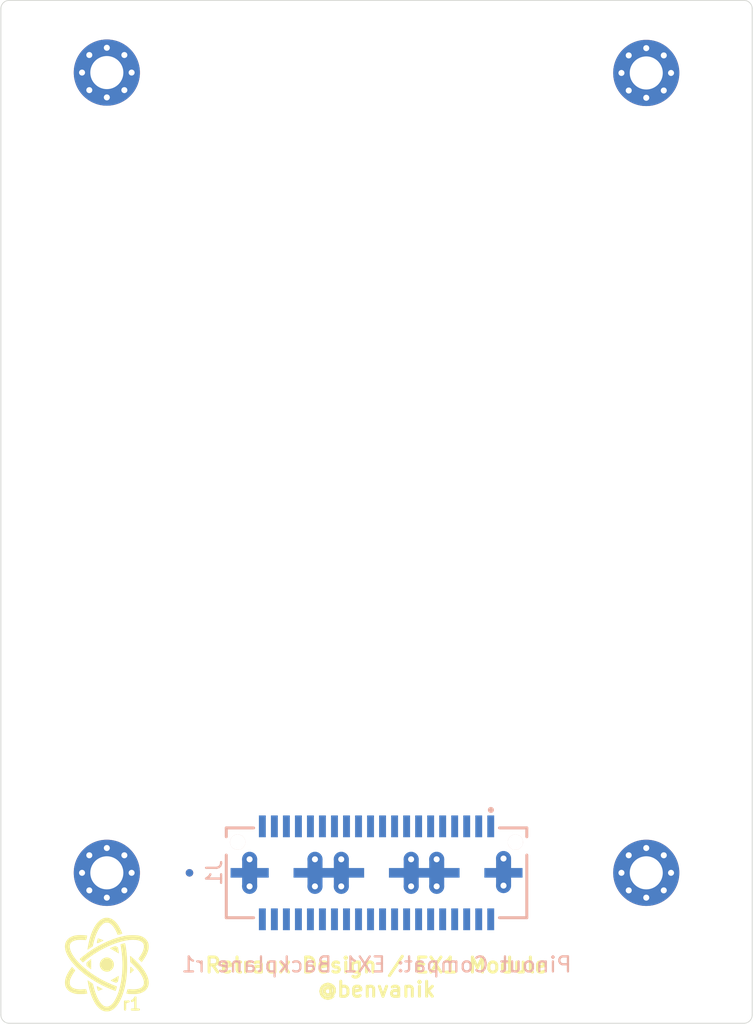
<source format=kicad_pcb>
(kicad_pcb (version 20171130) (host pcbnew "(5.1.2)-2")

  (general
    (thickness 1.6)
    (drawings 11)
    (tracks 36)
    (zones 0)
    (modules 4)
    (nets 42)
  )

  (page USLetter)
  (title_block
    (rev r1)
  )

  (layers
    (0 F.Cu signal)
    (1 In1.Cu power hide)
    (2 In2.Cu power)
    (31 B.Cu signal)
    (32 B.Adhes user)
    (33 F.Adhes user)
    (34 B.Paste user)
    (35 F.Paste user)
    (36 B.SilkS user)
    (37 F.SilkS user)
    (38 B.Mask user)
    (39 F.Mask user)
    (40 Dwgs.User user)
    (41 Cmts.User user)
    (42 Eco1.User user)
    (43 Eco2.User user)
    (44 Edge.Cuts user)
    (45 Margin user)
    (46 B.CrtYd user)
    (47 F.CrtYd user)
    (48 B.Fab user)
    (49 F.Fab user)
  )

  (setup
    (last_trace_width 1)
    (user_trace_width 0.0889)
    (user_trace_width 0.1)
    (user_trace_width 0.3)
    (user_trace_width 0.5)
    (user_trace_width 1)
    (user_trace_width 2)
    (trace_clearance 0.2)
    (zone_clearance 0.508)
    (zone_45_only no)
    (trace_min 0.0889)
    (via_size 0.8)
    (via_drill 0.4)
    (via_min_size 0.45)
    (via_min_drill 0.2)
    (user_via 0.45 0.2)
    (user_via 0.65 0.35)
    (user_via 0.8 0.6)
    (uvia_size 0.3)
    (uvia_drill 0.1)
    (uvias_allowed no)
    (uvia_min_size 0.2)
    (uvia_min_drill 0.1)
    (edge_width 0.05)
    (segment_width 0.2)
    (pcb_text_width 0.3)
    (pcb_text_size 1.5 1.5)
    (mod_edge_width 0.12)
    (mod_text_size 1 1)
    (mod_text_width 0.15)
    (pad_size 0.215 0.215)
    (pad_drill 0)
    (pad_to_mask_clearance 0)
    (aux_axis_origin 0 0)
    (visible_elements 7FFFFFFF)
    (pcbplotparams
      (layerselection 0x210fc_ffffffff)
      (usegerberextensions false)
      (usegerberattributes false)
      (usegerberadvancedattributes false)
      (creategerberjobfile false)
      (excludeedgelayer true)
      (linewidth 0.100000)
      (plotframeref false)
      (viasonmask false)
      (mode 1)
      (useauxorigin false)
      (hpglpennumber 1)
      (hpglpenspeed 20)
      (hpglpendiameter 15.000000)
      (psnegative false)
      (psa4output false)
      (plotreference true)
      (plotvalue true)
      (plotinvisibletext false)
      (padsonsilk false)
      (subtractmaskfromsilk false)
      (outputformat 3)
      (mirror false)
      (drillshape 0)
      (scaleselection 1)
      (outputdirectory "DNS/"))
  )

  (net 0 "")
  (net 1 "Net-(J1-Pad40)")
  (net 2 "Net-(J1-Pad38)")
  (net 3 "Net-(J1-Pad39)")
  (net 4 "Net-(J1-Pad37)")
  (net 5 "Net-(J1-Pad9)")
  (net 6 "Net-(J1-Pad7)")
  (net 7 "Net-(J1-Pad6)")
  (net 8 "Net-(J1-Pad4)")
  (net 9 "Net-(J1-Pad1)")
  (net 10 "Net-(J1-Pad13)")
  (net 11 "Net-(J1-Pad36)")
  (net 12 "Net-(J1-Pad35)")
  (net 13 "Net-(J1-Pad34)")
  (net 14 "Net-(J1-Pad12)")
  (net 15 "Net-(J1-Pad33)")
  (net 16 "Net-(J1-Pad16)")
  (net 17 "Net-(J1-Pad5)")
  (net 18 "Net-(J1-Pad32)")
  (net 19 "Net-(J1-Pad31)")
  (net 20 "Net-(J1-Pad24)")
  (net 21 "Net-(J1-Pad30)")
  (net 22 "Net-(J1-Pad28)")
  (net 23 "Net-(J1-Pad29)")
  (net 24 "Net-(J1-Pad27)")
  (net 25 "Net-(J1-Pad26)")
  (net 26 "Net-(J1-Pad20)")
  (net 27 "Net-(J1-Pad19)")
  (net 28 "Net-(J1-Pad3)")
  (net 29 "Net-(J1-Pad25)")
  (net 30 "Net-(J1-Pad15)")
  (net 31 "Net-(J1-Pad23)")
  (net 32 "Net-(J1-Pad18)")
  (net 33 "Net-(J1-Pad8)")
  (net 34 "Net-(J1-Pad2)")
  (net 35 "Net-(J1-Pad22)")
  (net 36 "Net-(J1-Pad21)")
  (net 37 "Net-(J1-Pad10)")
  (net 38 "Net-(J1-Pad17)")
  (net 39 "Net-(J1-Pad14)")
  (net 40 "Net-(J1-Pad11)")
  (net 41 GND)

  (net_class Default "This is the default net class."
    (clearance 0.2)
    (trace_width 0.25)
    (via_dia 0.8)
    (via_drill 0.4)
    (uvia_dia 0.3)
    (uvia_drill 0.1)
    (add_net GND)
    (add_net "Net-(J1-Pad1)")
    (add_net "Net-(J1-Pad10)")
    (add_net "Net-(J1-Pad11)")
    (add_net "Net-(J1-Pad12)")
    (add_net "Net-(J1-Pad13)")
    (add_net "Net-(J1-Pad14)")
    (add_net "Net-(J1-Pad15)")
    (add_net "Net-(J1-Pad16)")
    (add_net "Net-(J1-Pad17)")
    (add_net "Net-(J1-Pad18)")
    (add_net "Net-(J1-Pad19)")
    (add_net "Net-(J1-Pad2)")
    (add_net "Net-(J1-Pad20)")
    (add_net "Net-(J1-Pad21)")
    (add_net "Net-(J1-Pad22)")
    (add_net "Net-(J1-Pad23)")
    (add_net "Net-(J1-Pad24)")
    (add_net "Net-(J1-Pad25)")
    (add_net "Net-(J1-Pad26)")
    (add_net "Net-(J1-Pad27)")
    (add_net "Net-(J1-Pad28)")
    (add_net "Net-(J1-Pad29)")
    (add_net "Net-(J1-Pad3)")
    (add_net "Net-(J1-Pad30)")
    (add_net "Net-(J1-Pad31)")
    (add_net "Net-(J1-Pad32)")
    (add_net "Net-(J1-Pad33)")
    (add_net "Net-(J1-Pad34)")
    (add_net "Net-(J1-Pad35)")
    (add_net "Net-(J1-Pad36)")
    (add_net "Net-(J1-Pad37)")
    (add_net "Net-(J1-Pad38)")
    (add_net "Net-(J1-Pad39)")
    (add_net "Net-(J1-Pad4)")
    (add_net "Net-(J1-Pad40)")
    (add_net "Net-(J1-Pad5)")
    (add_net "Net-(J1-Pad6)")
    (add_net "Net-(J1-Pad7)")
    (add_net "Net-(J1-Pad8)")
    (add_net "Net-(J1-Pad9)")
  )

  (module Symbol_RD:Atom_Logo locked (layer F.Cu) (tedit 5BF9E7FD) (tstamp 5D179170)
    (at 44.05 118.3)
    (fp_text reference "" (at 0 4.36) (layer F.SilkS) hide
      (effects (font (size 1.524 1.524) (thickness 0.3)))
    )
    (fp_text value "" (at 0 4.3) (layer F.SilkS) hide
      (effects (font (size 1.524 1.524) (thickness 0.3)))
    )
    (fp_line (start -2.9 -1.6) (end 0 -3.3) (layer F.CrtYd) (width 0.15))
    (fp_line (start -2.9 1.6) (end -2.9 -1.6) (layer F.CrtYd) (width 0.15))
    (fp_line (start 0 3.3) (end -2.9 1.6) (layer F.CrtYd) (width 0.15))
    (fp_line (start 2.9 1.6) (end 0 3.3) (layer F.CrtYd) (width 0.15))
    (fp_line (start 2.9 -1.6) (end 2.9 1.6) (layer F.CrtYd) (width 0.15))
    (fp_line (start 0 -3.3) (end 2.9 -1.6) (layer F.CrtYd) (width 0.15))
    (fp_poly (pts (xy 1.202592 -1.414035) (xy 1.208048 -1.406098) (xy 1.214758 -1.386729) (xy 1.222522 -1.357115)
      (xy 1.231139 -1.318442) (xy 1.240408 -1.271893) (xy 1.250128 -1.218656) (xy 1.260098 -1.159915)
      (xy 1.270117 -1.096856) (xy 1.279985 -1.030664) (xy 1.2895 -0.962525) (xy 1.298461 -0.893625)
      (xy 1.306667 -0.825147) (xy 1.313919 -0.75828) (xy 1.314186 -0.75565) (xy 1.331346 -0.55545)
      (xy 1.342996 -0.348754) (xy 1.349176 -0.137915) (xy 1.34993 0.074712) (xy 1.345299 0.286774)
      (xy 1.335325 0.495918) (xy 1.32005 0.699788) (xy 1.299516 0.896032) (xy 1.282447 1.024774)
      (xy 1.2515 1.215483) (xy 1.214661 1.402071) (xy 1.172261 1.583447) (xy 1.124626 1.758517)
      (xy 1.072086 1.926192) (xy 1.014969 2.085379) (xy 0.953604 2.234986) (xy 0.88832 2.373923)
      (xy 0.859788 2.428875) (xy 0.797302 2.539221) (xy 0.733802 2.638334) (xy 0.668237 2.727681)
      (xy 0.599558 2.808728) (xy 0.552812 2.857589) (xy 0.491781 2.914982) (xy 0.432892 2.962852)
      (xy 0.373222 3.003319) (xy 0.309847 3.038506) (xy 0.290314 3.048046) (xy 0.243052 3.069005)
      (xy 0.200376 3.084138) (xy 0.157578 3.094692) (xy 0.109949 3.101917) (xy 0.073698 3.105457)
      (xy 0.042132 3.108016) (xy 0.018459 3.109591) (xy -0.001214 3.11017) (xy -0.020778 3.109738)
      (xy -0.044125 3.108283) (xy -0.075149 3.105791) (xy -0.085725 3.104907) (xy -0.142726 3.097864)
      (xy -0.194277 3.086051) (xy -0.245765 3.068001) (xy -0.285706 3.050372) (xy -0.329108 3.029054)
      (xy -0.365976 3.008688) (xy -0.400761 2.986533) (xy -0.437911 2.959843) (xy -0.460375 2.942694)
      (xy -0.535724 2.877622) (xy -0.60956 2.800562) (xy -0.681533 2.712174) (xy -0.75129 2.613115)
      (xy -0.81848 2.504045) (xy -0.882752 2.385624) (xy -0.943754 2.258509) (xy -1.001135 2.12336)
      (xy -1.054543 1.980836) (xy -1.103627 1.831596) (xy -1.148035 1.676299) (xy -1.159551 1.63195)
      (xy -1.169004 1.593261) (xy -1.179934 1.546095) (xy -1.191858 1.492747) (xy -1.204297 1.43551)
      (xy -1.216771 1.376679) (xy -1.2288 1.318547) (xy -1.239904 1.263409) (xy -1.249603 1.213559)
      (xy -1.257416 1.171291) (xy -1.262863 1.138899) (xy -1.263205 1.13665) (xy -1.267139 1.110712)
      (xy -1.270723 1.087431) (xy -1.273217 1.07161) (xy -1.273319 1.070984) (xy -1.276264 1.052943)
      (xy -1.246145 1.070512) (xy -1.214663 1.089324) (xy -1.178802 1.111496) (xy -1.140308 1.135873)
      (xy -1.100932 1.161296) (xy -1.062422 1.18661) (xy -1.026528 1.210658) (xy -0.994998 1.232282)
      (xy -0.969581 1.250325) (xy -0.952027 1.263632) (xy -0.945472 1.269386) (xy -0.932658 1.28445)
      (xy -0.92365 1.300833) (xy -0.91653 1.322732) (xy -0.911686 1.343392) (xy -0.90358 1.379101)
      (xy -0.892877 1.423528) (xy -0.880304 1.473883) (xy -0.86659 1.527374) (xy -0.852464 1.581211)
      (xy -0.838654 1.632603) (xy -0.825889 1.678761) (xy -0.814897 1.716892) (xy -0.809835 1.73355)
      (xy -0.760631 1.881453) (xy -0.708513 2.019796) (xy -0.65369 2.148209) (xy -0.596375 2.266322)
      (xy -0.536775 2.373764) (xy -0.475103 2.470164) (xy -0.411568 2.555152) (xy -0.346379 2.628359)
      (xy -0.279749 2.689412) (xy -0.257175 2.707058) (xy -0.203218 2.743953) (xy -0.152545 2.770711)
      (xy -0.102364 2.788346) (xy -0.04988 2.797871) (xy 0 2.80035) (xy 0.05584 2.797061)
      (xy 0.108108 2.786663) (xy 0.158387 2.768357) (xy 0.208259 2.741347) (xy 0.259309 2.704833)
      (xy 0.313121 2.658018) (xy 0.346075 2.625978) (xy 0.392037 2.577521) (xy 0.433864 2.528237)
      (xy 0.472924 2.476104) (xy 0.510586 2.419097) (xy 0.548218 2.355195) (xy 0.587189 2.282374)
      (xy 0.612541 2.232025) (xy 0.66476 2.122118) (xy 0.71024 2.016891) (xy 0.750834 1.911668)
      (xy 0.788393 1.801772) (xy 0.808707 1.736725) (xy 0.870581 1.513066) (xy 0.923139 1.28157)
      (xy 0.966325 1.043091) (xy 1.000083 0.798485) (xy 1.024355 0.548608) (xy 1.039084 0.294316)
      (xy 1.044213 0.036464) (xy 1.039685 -0.224093) (xy 1.025444 -0.486498) (xy 1.001431 -0.749897)
      (xy 0.983978 -0.89535) (xy 0.97879 -0.933623) (xy 0.972136 -0.980409) (xy 0.964606 -1.03169)
      (xy 0.956789 -1.083446) (xy 0.949493 -1.1303) (xy 0.942769 -1.173244) (xy 0.936473 -1.214502)
      (xy 0.930981 -1.251518) (xy 0.926672 -1.281738) (xy 0.923922 -1.302606) (xy 0.923527 -1.306022)
      (xy 0.91922 -1.345218) (xy 0.959672 -1.357588) (xy 0.989398 -1.366227) (xy 1.02364 -1.375456)
      (xy 1.060171 -1.384757) (xy 1.096764 -1.393613) (xy 1.131192 -1.401506) (xy 1.161227 -1.407918)
      (xy 1.184643 -1.412332) (xy 1.199211 -1.41423) (xy 1.202592 -1.414035)) (layer F.SilkS) (width 0.01))
    (fp_poly (pts (xy -2.226749 0.254709) (xy -2.198594 0.284339) (xy -2.172499 0.312433) (xy -2.150143 0.337134)
      (xy -2.133205 0.356586) (xy -2.123364 0.368932) (xy -2.123023 0.369425) (xy -2.107124 0.392776)
      (xy -2.163316 0.4742) (xy -2.219365 0.557199) (xy -2.26787 0.633039) (xy -2.310028 0.703772)
      (xy -2.347038 0.771453) (xy -2.380096 0.838135) (xy -2.396445 0.873816) (xy -2.420423 0.929588)
      (xy -2.438703 0.977623) (xy -2.452008 1.021141) (xy -2.461062 1.063363) (xy -2.466588 1.107508)
      (xy -2.469311 1.156796) (xy -2.469954 1.20087) (xy -2.469112 1.250308) (xy -2.465922 1.290259)
      (xy -2.459833 1.323812) (xy -2.450295 1.354052) (xy -2.437478 1.382638) (xy -2.402825 1.437445)
      (xy -2.357251 1.486443) (xy -2.301204 1.529482) (xy -2.235136 1.566407) (xy -2.159495 1.597067)
      (xy -2.074732 1.621309) (xy -1.981296 1.638979) (xy -1.879637 1.649926) (xy -1.770206 1.653996)
      (xy -1.653451 1.651037) (xy -1.647825 1.650724) (xy -1.60389 1.648004) (xy -1.55865 1.644818)
      (xy -1.51585 1.641458) (xy -1.479234 1.638212) (xy -1.458422 1.636065) (xy -1.42777 1.632792)
      (xy -1.407378 1.631302) (xy -1.394922 1.631658) (xy -1.388078 1.633922) (xy -1.38458 1.638047)
      (xy -1.37897 1.651436) (xy -1.371187 1.673589) (xy -1.361837 1.702407) (xy -1.351523 1.735793)
      (xy -1.34085 1.771649) (xy -1.330423 1.807876) (xy -1.320846 1.842378) (xy -1.312722 1.873055)
      (xy -1.306658 1.897811) (xy -1.303256 1.914547) (xy -1.303037 1.921103) (xy -1.310712 1.923496)
      (xy -1.328603 1.926922) (xy -1.354298 1.931044) (xy -1.385387 1.935522) (xy -1.41946 1.940021)
      (xy -1.454107 1.9442) (xy -1.486916 1.947724) (xy -1.50495 1.949403) (xy -1.534158 1.951237)
      (xy -1.573155 1.952684) (xy -1.61968 1.953747) (xy -1.671475 1.954428) (xy -1.726278 1.95473)
      (xy -1.78183 1.954655) (xy -1.835872 1.954206) (xy -1.886142 1.953387) (xy -1.930382 1.952198)
      (xy -1.966332 1.950644) (xy -1.990725 1.948833) (xy -2.082429 1.935262) (xy -2.174898 1.913956)
      (xy -2.265283 1.885868) (xy -2.35074 1.851949) (xy -2.428421 1.81315) (xy -2.468014 1.789291)
      (xy -2.543196 1.733479) (xy -2.609227 1.669726) (xy -2.665467 1.5989) (xy -2.711276 1.521867)
      (xy -2.746015 1.439494) (xy -2.759757 1.393825) (xy -2.770721 1.339062) (xy -2.777797 1.276046)
      (xy -2.780841 1.208659) (xy -2.779707 1.140783) (xy -2.774248 1.0763) (xy -2.772242 1.061519)
      (xy -2.751094 0.954308) (xy -2.718795 0.844902) (xy -2.675199 0.733006) (xy -2.620164 0.618325)
      (xy -2.553545 0.500563) (xy -2.475197 0.379428) (xy -2.384977 0.254622) (xy -2.365375 0.229038)
      (xy -2.314575 0.163343) (xy -2.226749 0.254709)) (layer F.SilkS) (width 0.01))
    (fp_poly (pts (xy 1.562272 -0.567454) (xy 1.577969 -0.556079) (xy 1.600406 -0.538518) (xy 1.628224 -0.515916)
      (xy 1.660062 -0.489417) (xy 1.694561 -0.460165) (xy 1.730361 -0.429304) (xy 1.766102 -0.397979)
      (xy 1.800424 -0.367333) (xy 1.831968 -0.33851) (xy 1.835633 -0.335107) (xy 1.87366 -0.299092)
      (xy 1.91736 -0.256648) (xy 1.964924 -0.209617) (xy 2.014543 -0.15984) (xy 2.064408 -0.109158)
      (xy 2.112711 -0.059413) (xy 2.157642 -0.012446) (xy 2.197391 0.029901) (xy 2.23015 0.065786)
      (xy 2.236594 0.073033) (xy 2.316686 0.167867) (xy 2.393382 0.26694) (xy 2.465558 0.368491)
      (xy 2.53209 0.470761) (xy 2.591857 0.571993) (xy 2.643733 0.670426) (xy 2.686596 0.764302)
      (xy 2.700935 0.8001) (xy 2.738445 0.911057) (xy 2.764716 1.018545) (xy 2.779727 1.122176)
      (xy 2.783455 1.221562) (xy 2.775878 1.316313) (xy 2.756977 1.406041) (xy 2.737743 1.46373)
      (xy 2.702377 1.53824) (xy 2.655684 1.609579) (xy 2.598894 1.676498) (xy 2.533233 1.73775)
      (xy 2.459929 1.792086) (xy 2.380211 1.838259) (xy 2.35925 1.848461) (xy 2.265851 1.886433)
      (xy 2.164889 1.916787) (xy 2.05954 1.938687) (xy 1.978025 1.949202) (xy 1.943938 1.951544)
      (xy 1.899521 1.953274) (xy 1.847128 1.954409) (xy 1.789113 1.954967) (xy 1.72783 1.954964)
      (xy 1.665633 1.954418) (xy 1.604877 1.953345) (xy 1.547915 1.951763) (xy 1.497102 1.949688)
      (xy 1.454793 1.947137) (xy 1.43327 1.945264) (xy 1.388884 1.940458) (xy 1.355795 1.935752)
      (xy 1.33265 1.930126) (xy 1.318094 1.922559) (xy 1.310775 1.912031) (xy 1.309339 1.89752)
      (xy 1.312432 1.878007) (xy 1.317329 1.857828) (xy 1.32515 1.828921) (xy 1.334789 1.795929)
      (xy 1.345516 1.761067) (xy 1.3566 1.726549) (xy 1.367308 1.69459) (xy 1.37691 1.667404)
      (xy 1.384673 1.647205) (xy 1.389868 1.636208) (xy 1.390944 1.634942) (xy 1.399021 1.634259)
      (xy 1.41761 1.634741) (xy 1.444589 1.636271) (xy 1.477835 1.638728) (xy 1.513025 1.641789)
      (xy 1.585794 1.647308) (xy 1.661538 1.650788) (xy 1.737374 1.652228) (xy 1.810414 1.651628)
      (xy 1.877773 1.648985) (xy 1.936565 1.644299) (xy 1.9558 1.642016) (xy 2.056641 1.624835)
      (xy 2.146489 1.601351) (xy 2.225393 1.571531) (xy 2.293404 1.535343) (xy 2.350572 1.492754)
      (xy 2.396947 1.443731) (xy 2.43258 1.388242) (xy 2.45752 1.326254) (xy 2.461 1.313942)
      (xy 2.467361 1.279082) (xy 2.47089 1.235823) (xy 2.471586 1.188146) (xy 2.469449 1.140033)
      (xy 2.464477 1.095464) (xy 2.461047 1.076325) (xy 2.435363 0.979125) (xy 2.397971 0.877889)
      (xy 2.349089 0.772952) (xy 2.28893 0.664652) (xy 2.217712 0.553325) (xy 2.135651 0.439307)
      (xy 2.042962 0.322935) (xy 1.939861 0.204545) (xy 1.826564 0.084474) (xy 1.821038 0.078842)
      (xy 1.784314 0.041786) (xy 1.746597 0.004278) (xy 1.709925 -0.031693) (xy 1.676337 -0.064139)
      (xy 1.647872 -0.091072) (xy 1.62982 -0.107617) (xy 1.563945 -0.166544) (xy 1.559804 -0.278535)
      (xy 1.558076 -0.324041) (xy 1.556114 -0.373689) (xy 1.554118 -0.422558) (xy 1.552286 -0.465728)
      (xy 1.551612 -0.481013) (xy 1.550206 -0.519904) (xy 1.550043 -0.547186) (xy 1.551158 -0.563891)
      (xy 1.553586 -0.571055) (xy 1.554675 -0.5715) (xy 1.562272 -0.567454)) (layer F.SilkS) (width 0.01))
    (fp_poly (pts (xy -1.705827 -1.954319) (xy -1.643791 -1.953177) (xy -1.582661 -1.951287) (xy -1.524088 -1.948711)
      (xy -1.469726 -1.945514) (xy -1.421226 -1.941757) (xy -1.380241 -1.937505) (xy -1.348425 -1.93282)
      (xy -1.327428 -1.927765) (xy -1.325508 -1.927055) (xy -1.317528 -1.92201) (xy -1.312834 -1.913443)
      (xy -1.311567 -1.899871) (xy -1.313868 -1.879811) (xy -1.319877 -1.851782) (xy -1.329736 -1.8143)
      (xy -1.339498 -1.779932) (xy -1.353642 -1.732043) (xy -1.365327 -1.695166) (xy -1.37517 -1.66799)
      (xy -1.38379 -1.649206) (xy -1.391807 -1.637504) (xy -1.39984 -1.631574) (xy -1.408506 -1.630107)
      (xy -1.410226 -1.63022) (xy -1.42175 -1.631334) (xy -1.443286 -1.633443) (xy -1.47221 -1.636288)
      (xy -1.505895 -1.639612) (xy -1.523303 -1.641333) (xy -1.575154 -1.645457) (xy -1.63359 -1.648412)
      (xy -1.695501 -1.650176) (xy -1.75778 -1.650726) (xy -1.817318 -1.650042) (xy -1.871009 -1.648101)
      (xy -1.915743 -1.644881) (xy -1.922713 -1.644152) (xy -2.023016 -1.62932) (xy -2.114137 -1.60821)
      (xy -2.195589 -1.581007) (xy -2.266885 -1.547895) (xy -2.327536 -1.509059) (xy -2.36528 -1.476742)
      (xy -2.405105 -1.432692) (xy -2.434871 -1.387201) (xy -2.455445 -1.338037) (xy -2.467693 -1.282968)
      (xy -2.47248 -1.219762) (xy -2.472601 -1.20015) (xy -2.466062 -1.112178) (xy -2.447604 -1.019822)
      (xy -2.417228 -0.923083) (xy -2.374933 -0.82196) (xy -2.320719 -0.716452) (xy -2.254586 -0.606561)
      (xy -2.176535 -0.492286) (xy -2.086564 -0.373626) (xy -2.025178 -0.298312) (xy -1.993361 -0.261539)
      (xy -1.953969 -0.218078) (xy -1.908817 -0.169789) (xy -1.859722 -0.118532) (xy -1.8085 -0.066167)
      (xy -1.756967 -0.014555) (xy -1.706941 0.034445) (xy -1.660237 0.078972) (xy -1.6256 0.110924)
      (xy -1.436324 0.27467) (xy -1.236384 0.433242) (xy -1.027021 0.585893) (xy -0.809474 0.731875)
      (xy -0.584984 0.870438) (xy -0.354793 1.000836) (xy -0.120139 1.122318) (xy 0.117736 1.234138)
      (xy 0.357592 1.335546) (xy 0.487238 1.385615) (xy 0.529359 1.40148) (xy 0.567903 1.416267)
      (xy 0.601153 1.429296) (xy 0.627391 1.439887) (xy 0.644902 1.447359) (xy 0.651668 1.45077)
      (xy 0.657011 1.456109) (xy 0.659152 1.464036) (xy 0.658243 1.47775) (xy 0.654433 1.500453)
      (xy 0.654081 1.502354) (xy 0.648428 1.529411) (xy 0.640463 1.563035) (xy 0.63102 1.600138)
      (xy 0.620933 1.637629) (xy 0.611036 1.67242) (xy 0.602164 1.701421) (xy 0.59515 1.721541)
      (xy 0.594392 1.723406) (xy 0.586368 1.737934) (xy 0.578327 1.745565) (xy 0.576586 1.745917)
      (xy 0.568453 1.743685) (xy 0.550256 1.73762) (xy 0.523816 1.728363) (xy 0.490954 1.716556)
      (xy 0.453491 1.702842) (xy 0.434975 1.695981) (xy 0.172746 1.592619) (xy -0.08564 1.479182)
      (xy -0.339254 1.356213) (xy -0.587164 1.224255) (xy -0.828437 1.083852) (xy -1.062144 0.935547)
      (xy -1.287352 0.779885) (xy -1.503129 0.617408) (xy -1.708545 0.44866) (xy -1.721314 0.437663)
      (xy -1.87177 0.303274) (xy -2.011469 0.169378) (xy -2.140235 0.036207) (xy -2.257894 -0.096007)
      (xy -2.364271 -0.227031) (xy -2.459189 -0.356633) (xy -2.542474 -0.484582) (xy -2.613951 -0.610644)
      (xy -2.673444 -0.734588) (xy -2.720778 -0.856181) (xy -2.738008 -0.909876) (xy -2.76399 -1.013867)
      (xy -2.779037 -1.114984) (xy -2.783222 -1.212581) (xy -2.776623 -1.306009) (xy -2.759315 -1.394623)
      (xy -2.731374 -1.477774) (xy -2.692876 -1.554815) (xy -2.655965 -1.609725) (xy -2.601501 -1.675069)
      (xy -2.543284 -1.731625) (xy -2.479571 -1.780589) (xy -2.408619 -1.823155) (xy -2.328682 -1.860516)
      (xy -2.243788 -1.891958) (xy -2.181029 -1.911217) (xy -2.120632 -1.926035) (xy -2.05867 -1.93714)
      (xy -1.991218 -1.94526) (xy -1.929971 -1.950141) (xy -1.88084 -1.952624) (xy -1.826004 -1.954105)
      (xy -1.767115 -1.954649) (xy -1.705827 -1.954319)) (layer F.SilkS) (width 0.01))
    (fp_poly (pts (xy -0.640698 1.444749) (xy -0.620325 1.451786) (xy -0.590107 1.465184) (xy -0.549816 1.485049)
      (xy -0.499228 1.511488) (xy -0.441611 1.542689) (xy -0.393711 1.569139) (xy -0.356133 1.590335)
      (xy -0.327931 1.60688) (xy -0.308157 1.619376) (xy -0.295866 1.628426) (xy -0.290109 1.634631)
      (xy -0.289939 1.638594) (xy -0.290257 1.638955) (xy -0.29816 1.643059) (xy -0.315987 1.650438)
      (xy -0.341617 1.660337) (xy -0.372931 1.672002) (xy -0.407806 1.68468) (xy -0.444124 1.697617)
      (xy -0.479763 1.710059) (xy -0.512602 1.721252) (xy -0.540522 1.730443) (xy -0.561402 1.736877)
      (xy -0.573122 1.739802) (xy -0.574226 1.7399) (xy -0.579435 1.735739) (xy -0.582763 1.731962)
      (xy -0.589926 1.718983) (xy -0.599173 1.696144) (xy -0.609766 1.665968) (xy -0.620964 1.630977)
      (xy -0.632029 1.593693) (xy -0.642222 1.55664) (xy -0.650802 1.522339) (xy -0.657031 1.493313)
      (xy -0.660169 1.472085) (xy -0.6604 1.467087) (xy -0.657752 1.451939) (xy -0.651451 1.443967)
      (xy -0.640698 1.444749)) (layer F.SilkS) (width 0.01))
    (fp_poly (pts (xy 0.785844 0.764678) (xy 0.786892 0.772687) (xy 0.786053 0.791215) (xy 0.78361 0.818269)
      (xy 0.779843 0.851853) (xy 0.775035 0.889974) (xy 0.769467 0.930636) (xy 0.763421 0.971847)
      (xy 0.757179 1.01161) (xy 0.751023 1.047934) (xy 0.745234 1.078822) (xy 0.740093 1.10228)
      (xy 0.736329 1.115196) (xy 0.726613 1.133741) (xy 0.715539 1.148589) (xy 0.704298 1.157588)
      (xy 0.685826 1.169243) (xy 0.663557 1.181739) (xy 0.640923 1.193259) (xy 0.621358 1.201987)
      (xy 0.608294 1.206107) (xy 0.606604 1.206214) (xy 0.598932 1.203845) (xy 0.581422 1.197413)
      (xy 0.555993 1.187656) (xy 0.524565 1.175312) (xy 0.489057 1.161119) (xy 0.485361 1.159628)
      (xy 0.42722 1.135934) (xy 0.376676 1.114869) (xy 0.3346 1.096814) (xy 0.30186 1.082148)
      (xy 0.279326 1.071251) (xy 0.268351 1.064877) (xy 0.26538 1.060985) (xy 0.26692 1.055989)
      (xy 0.274132 1.049075) (xy 0.288181 1.039429) (xy 0.310229 1.026237) (xy 0.341438 1.008686)
      (xy 0.37465 0.990487) (xy 0.406181 0.973016) (xy 0.445532 0.95074) (xy 0.489647 0.925416)
      (xy 0.535472 0.898801) (xy 0.579951 0.872653) (xy 0.593268 0.864751) (xy 0.646944 0.833066)
      (xy 0.69067 0.807841) (xy 0.725191 0.788686) (xy 0.751252 0.775216) (xy 0.7696 0.767042)
      (xy 0.78098 0.763777) (xy 0.785844 0.764678)) (layer F.SilkS) (width 0.01))
    (fp_poly (pts (xy 1.597034 0.156968) (xy 1.613171 0.169554) (xy 1.634299 0.188475) (xy 1.658817 0.21205)
      (xy 1.68512 0.238598) (xy 1.711605 0.266436) (xy 1.736668 0.293884) (xy 1.758706 0.319259)
      (xy 1.776115 0.340881) (xy 1.787292 0.357067) (xy 1.7907 0.365486) (xy 1.786098 0.372413)
      (xy 1.773364 0.386062) (xy 1.754103 0.405003) (xy 1.729919 0.427806) (xy 1.702418 0.45304)
      (xy 1.673205 0.479276) (xy 1.643884 0.505082) (xy 1.616061 0.529028) (xy 1.59134 0.549685)
      (xy 1.571328 0.565621) (xy 1.557628 0.575406) (xy 1.552402 0.57785) (xy 1.550888 0.571892)
      (xy 1.550163 0.555545) (xy 1.550249 0.531093) (xy 1.551165 0.500824) (xy 1.551625 0.490537)
      (xy 1.553374 0.452382) (xy 1.555355 0.406369) (xy 1.557367 0.357334) (xy 1.559209 0.310111)
      (xy 1.559878 0.2921) (xy 1.561778 0.246043) (xy 1.563864 0.211186) (xy 1.566433 0.186029)
      (xy 1.569781 0.169072) (xy 1.574205 0.158814) (xy 1.580001 0.153757) (xy 1.587466 0.1524)
      (xy 1.587494 0.1524) (xy 1.597034 0.156968)) (layer F.SilkS) (width 0.01))
    (fp_poly (pts (xy 0 -0.466024) (xy 0.056355 -0.463063) (xy 0.106249 -0.454428) (xy 0.154989 -0.438873)
      (xy 0.200025 -0.419011) (xy 0.263218 -0.382452) (xy 0.318586 -0.337369) (xy 0.359057 -0.293736)
      (xy 0.403064 -0.231134) (xy 0.435546 -0.164085) (xy 0.456389 -0.093718) (xy 0.465477 -0.021161)
      (xy 0.462696 0.052455) (xy 0.447932 0.126002) (xy 0.421069 0.19835) (xy 0.411118 0.218715)
      (xy 0.382439 0.264626) (xy 0.344771 0.310587) (xy 0.301233 0.35352) (xy 0.25494 0.390348)
      (xy 0.20955 0.417727) (xy 0.180372 0.431148) (xy 0.150088 0.443394) (xy 0.123998 0.452366)
      (xy 0.117475 0.454185) (xy 0.074129 0.462203) (xy 0.025062 0.466412) (xy -0.024345 0.46663)
      (xy -0.06871 0.462676) (xy -0.079375 0.460821) (xy -0.153774 0.440429) (xy -0.221327 0.409717)
      (xy -0.283581 0.367889) (xy -0.318104 0.338001) (xy -0.367744 0.284488) (xy -0.406979 0.226387)
      (xy -0.437615 0.160883) (xy -0.445285 0.1397) (xy -0.454387 0.111794) (xy -0.460367 0.088989)
      (xy -0.463886 0.066968) (xy -0.465606 0.041415) (xy -0.466189 0.008012) (xy -0.466214 0.003175)
      (xy -0.465884 -0.033971) (xy -0.464191 -0.062542) (xy -0.460654 -0.086632) (xy -0.454796 -0.110336)
      (xy -0.451737 -0.12049) (xy -0.422095 -0.195891) (xy -0.38291 -0.263349) (xy -0.334604 -0.322361)
      (xy -0.277602 -0.372424) (xy -0.212327 -0.413037) (xy -0.200025 -0.419163) (xy -0.156349 -0.438926)
      (xy -0.118951 -0.452509) (xy -0.083626 -0.4609) (xy -0.046166 -0.465082) (xy -0.002364 -0.466042)
      (xy 0 -0.466024)) (layer F.SilkS) (width 0.01))
    (fp_poly (pts (xy -1.046971 -0.293408) (xy -1.045874 -0.267459) (xy -1.044963 -0.231743) (xy -1.044236 -0.188149)
      (xy -1.043694 -0.138565) (xy -1.043337 -0.084879) (xy -1.043164 -0.028979) (xy -1.043176 0.027246)
      (xy -1.043372 0.081908) (xy -1.043752 0.13312) (xy -1.044317 0.178992) (xy -1.045066 0.217638)
      (xy -1.045999 0.247167) (xy -1.046993 0.264357) (xy -1.050925 0.309639) (xy -1.133475 0.246558)
      (xy -1.168237 0.219875) (xy -1.205942 0.190733) (xy -1.242586 0.162239) (xy -1.274166 0.137498)
      (xy -1.281113 0.132016) (xy -1.3462 0.080555) (xy -1.347435 -0.004173) (xy -1.347926 -0.03746)
      (xy -1.348382 -0.067694) (xy -1.348756 -0.091801) (xy -1.349002 -0.106706) (xy -1.349023 -0.107864)
      (xy -1.34842 -0.113856) (xy -1.345688 -0.12036) (xy -1.339783 -0.128332) (xy -1.329659 -0.138731)
      (xy -1.314271 -0.152512) (xy -1.292572 -0.170632) (xy -1.263517 -0.194048) (xy -1.226062 -0.223717)
      (xy -1.20015 -0.244109) (xy -1.050925 -0.36139) (xy -1.046971 -0.293408)) (layer F.SilkS) (width 0.01))
    (fp_poly (pts (xy 1.80119 -1.948959) (xy 1.886052 -1.946947) (xy 1.961333 -1.94335) (xy 2.028566 -1.937941)
      (xy 2.089287 -1.930495) (xy 2.145028 -1.920786) (xy 2.197324 -1.908589) (xy 2.247708 -1.893677)
      (xy 2.297715 -1.875825) (xy 2.348585 -1.854934) (xy 2.422174 -1.817477) (xy 2.492671 -1.770896)
      (xy 2.558366 -1.716853) (xy 2.617545 -1.657011) (xy 2.668497 -1.593033) (xy 2.709511 -1.526583)
      (xy 2.72897 -1.485417) (xy 2.745226 -1.444554) (xy 2.75754 -1.408379) (xy 2.76643 -1.373925)
      (xy 2.772411 -1.338226) (xy 2.775999 -1.298316) (xy 2.777712 -1.251228) (xy 2.778078 -1.203325)
      (xy 2.777756 -1.15296) (xy 2.776723 -1.112799) (xy 2.77482 -1.080357) (xy 2.771888 -1.05315)
      (xy 2.767766 -1.028694) (xy 2.766452 -1.02235) (xy 2.737383 -0.907701) (xy 2.699734 -0.795982)
      (xy 2.652707 -0.685327) (xy 2.595503 -0.573866) (xy 2.527323 -0.459733) (xy 2.523118 -0.453152)
      (xy 2.49224 -0.405787) (xy 2.460216 -0.358094) (xy 2.428455 -0.312065) (xy 2.398361 -0.269693)
      (xy 2.371342 -0.232972) (xy 2.348804 -0.203894) (xy 2.338366 -0.191347) (xy 2.314342 -0.163618)
      (xy 2.220812 -0.259893) (xy 2.19227 -0.289658) (xy 2.166349 -0.317415) (xy 2.144531 -0.341519)
      (xy 2.128302 -0.36032) (xy 2.119146 -0.372171) (xy 2.118116 -0.373894) (xy 2.11501 -0.380735)
      (xy 2.114007 -0.387469) (xy 2.115964 -0.39587) (xy 2.121739 -0.407711) (xy 2.132189 -0.424764)
      (xy 2.148172 -0.448802) (xy 2.169432 -0.479972) (xy 2.243863 -0.59315) (xy 2.307688 -0.699839)
      (xy 2.361016 -0.800371) (xy 2.403955 -0.895074) (xy 2.436615 -0.984278) (xy 2.459103 -1.068313)
      (xy 2.47153 -1.147509) (xy 2.474002 -1.222196) (xy 2.466631 -1.292703) (xy 2.454428 -1.343973)
      (xy 2.43362 -1.392193) (xy 2.401233 -1.438379) (xy 2.358327 -1.481767) (xy 2.305958 -1.521593)
      (xy 2.245185 -1.557092) (xy 2.177065 -1.587499) (xy 2.102658 -1.612049) (xy 2.072878 -1.619702)
      (xy 1.98185 -1.636897) (xy 1.88121 -1.64775) (xy 1.772346 -1.652269) (xy 1.656645 -1.650461)
      (xy 1.535495 -1.642334) (xy 1.410284 -1.627895) (xy 1.331224 -1.615777) (xy 1.141312 -1.578809)
      (xy 0.946522 -1.530999) (xy 0.747786 -1.472802) (xy 0.546032 -1.404671) (xy 0.34219 -1.327059)
      (xy 0.137189 -1.240421) (xy -0.06804 -1.145209) (xy -0.27257 -1.041878) (xy -0.475469 -0.930881)
      (xy -0.675809 -0.812672) (xy -0.87266 -0.687705) (xy -1.065093 -0.556433) (xy -1.252177 -0.419309)
      (xy -1.432984 -0.276788) (xy -1.463172 -0.251939) (xy -1.496918 -0.224344) (xy -1.527912 -0.199686)
      (xy -1.554684 -0.17908) (xy -1.575764 -0.16364) (xy -1.589683 -0.154481) (xy -1.594458 -0.1524)
      (xy -1.602208 -0.156844) (xy -1.616926 -0.169185) (xy -1.63702 -0.187941) (xy -1.660896 -0.211631)
      (xy -1.684863 -0.236538) (xy -1.719402 -0.273276) (xy -1.7461 -0.30198) (xy -1.765866 -0.323819)
      (xy -1.77961 -0.339965) (xy -1.78824 -0.351586) (xy -1.792665 -0.359854) (xy -1.793795 -0.365938)
      (xy -1.792539 -0.371008) (xy -1.791298 -0.373533) (xy -1.782176 -0.384833) (xy -1.763706 -0.402802)
      (xy -1.736848 -0.426687) (xy -1.702563 -0.455738) (xy -1.661809 -0.489204) (xy -1.615548 -0.526334)
      (xy -1.564738 -0.566375) (xy -1.51034 -0.608577) (xy -1.453313 -0.652189) (xy -1.394616 -0.696459)
      (xy -1.335211 -0.740636) (xy -1.276056 -0.783969) (xy -1.218112 -0.825706) (xy -1.17137 -0.858777)
      (xy -0.982053 -0.986391) (xy -0.785892 -1.108807) (xy -0.584185 -1.225435) (xy -0.378235 -1.335682)
      (xy -0.169341 -1.438958) (xy 0.041195 -1.53467) (xy 0.252073 -1.622228) (xy 0.461992 -1.70104)
      (xy 0.669651 -1.770514) (xy 0.873749 -1.830059) (xy 1.071874 -1.878836) (xy 1.155539 -1.896946)
      (xy 1.229695 -1.911795) (xy 1.297025 -1.923682) (xy 1.360211 -1.932908) (xy 1.421934 -1.939773)
      (xy 1.484877 -1.944576) (xy 1.551721 -1.947616) (xy 1.62515 -1.949194) (xy 1.705212 -1.949611)
      (xy 1.80119 -1.948959)) (layer F.SilkS) (width 0.01))
    (fp_poly (pts (xy 0.57743 -1.222366) (xy 0.593644 -1.216559) (xy 0.615974 -1.206123) (xy 0.641945 -1.192507)
      (xy 0.669082 -1.177162) (xy 0.694912 -1.161538) (xy 0.716959 -1.147086) (xy 0.732749 -1.135256)
      (xy 0.739808 -1.127498) (xy 0.739913 -1.127133) (xy 0.744443 -1.103729) (xy 0.749615 -1.072757)
      (xy 0.755203 -1.036049) (xy 0.760978 -0.995433) (xy 0.766716 -0.952738) (xy 0.772188 -0.909793)
      (xy 0.777168 -0.868428) (xy 0.78143 -0.830471) (xy 0.784747 -0.797752) (xy 0.786892 -0.7721)
      (xy 0.787638 -0.755344) (xy 0.786758 -0.749313) (xy 0.786749 -0.749313) (xy 0.780594 -0.75239)
      (xy 0.766043 -0.760672) (xy 0.745542 -0.772746) (xy 0.73025 -0.781919) (xy 0.693782 -0.803722)
      (xy 0.649624 -0.829772) (xy 0.600158 -0.858695) (xy 0.547763 -0.889116) (xy 0.494821 -0.919661)
      (xy 0.443712 -0.948956) (xy 0.396816 -0.975627) (xy 0.356514 -0.998299) (xy 0.3302 -1.012864)
      (xy 0.299608 -1.029778) (xy 0.271292 -1.045753) (xy 0.247989 -1.05922) (xy 0.232439 -1.068614)
      (xy 0.230083 -1.070142) (xy 0.209342 -1.083988) (xy 0.261833 -1.108043) (xy 0.314911 -1.13174)
      (xy 0.367003 -1.153824) (xy 0.416636 -1.173763) (xy 0.462335 -1.191022) (xy 0.502626 -1.205067)
      (xy 0.536034 -1.215364) (xy 0.561085 -1.221379) (xy 0.576306 -1.222578) (xy 0.57743 -1.222366)) (layer F.SilkS) (width 0.01))
    (fp_poly (pts (xy 0.033718 -3.106829) (xy 0.052067 -3.105501) (xy 0.11622 -3.098317) (xy 0.172534 -3.087334)
      (xy 0.225608 -3.071321) (xy 0.280042 -3.049044) (xy 0.30278 -3.03832) (xy 0.386361 -2.991058)
      (xy 0.468253 -2.931515) (xy 0.548165 -2.860031) (xy 0.625806 -2.776949) (xy 0.700885 -2.682609)
      (xy 0.773108 -2.577353) (xy 0.842186 -2.461522) (xy 0.907826 -2.335459) (xy 0.914085 -2.322522)
      (xy 0.93619 -2.275632) (xy 0.957131 -2.229527) (xy 0.976309 -2.18568) (xy 0.993128 -2.145561)
      (xy 1.006991 -2.110641) (xy 1.0173 -2.082391) (xy 1.023457 -2.062282) (xy 1.024867 -2.051785)
      (xy 1.024408 -2.050835) (xy 1.01712 -2.048066) (xy 0.999645 -2.042915) (xy 0.974155 -2.035931)
      (xy 0.942821 -2.027661) (xy 0.907815 -2.018653) (xy 0.871306 -2.009456) (xy 0.835468 -2.000617)
      (xy 0.80247 -1.992683) (xy 0.774484 -1.986204) (xy 0.753681 -1.981726) (xy 0.743336 -1.979911)
      (xy 0.737143 -1.979996) (xy 0.731492 -1.983011) (xy 0.725384 -1.990616) (xy 0.71782 -2.00447)
      (xy 0.707802 -2.026233) (xy 0.694329 -2.057563) (xy 0.689032 -2.0701) (xy 0.636497 -2.186756)
      (xy 0.580759 -2.295395) (xy 0.522309 -2.395321) (xy 0.461639 -2.485837) (xy 0.399241 -2.566247)
      (xy 0.335605 -2.635853) (xy 0.271224 -2.69396) (xy 0.224526 -2.728391) (xy 0.191717 -2.749624)
      (xy 0.163899 -2.765442) (xy 0.138165 -2.776632) (xy 0.111608 -2.783979) (xy 0.081324 -2.788269)
      (xy 0.044405 -2.790289) (xy -0.002056 -2.790823) (xy -0.00635 -2.790825) (xy -0.111125 -2.790825)
      (xy -0.15875 -2.766152) (xy -0.230363 -2.723078) (xy -0.299333 -2.66931) (xy -0.365928 -2.604525)
      (xy -0.430416 -2.528403) (xy -0.493065 -2.440625) (xy -0.554144 -2.34087) (xy -0.61392 -2.228817)
      (xy -0.621784 -2.212975) (xy -0.675366 -2.098366) (xy -0.724418 -1.981005) (xy -0.769548 -1.859086)
      (xy -0.811366 -1.730804) (xy -0.850479 -1.594352) (xy -0.887498 -1.447926) (xy -0.904631 -1.373879)
      (xy -0.914299 -1.331135) (xy -0.923082 -1.292698) (xy -0.93059 -1.260237) (xy -0.936435 -1.235425)
      (xy -0.940228 -1.219931) (xy -0.941544 -1.21534) (xy -0.947074 -1.211615) (xy -0.9619 -1.201887)
      (xy -0.984653 -1.187045) (xy -1.013963 -1.167983) (xy -1.048462 -1.14559) (xy -1.086781 -1.120759)
      (xy -1.092276 -1.117201) (xy -1.13189 -1.091484) (xy -1.168645 -1.067488) (xy -1.200999 -1.046229)
      (xy -1.227411 -1.028725) (xy -1.24634 -1.015992) (xy -1.256246 -1.009047) (xy -1.256569 -1.008798)
      (xy -1.271721 -0.998863) (xy -1.280026 -0.998773) (xy -1.282693 -1.008557) (xy -1.2827 -1.00942)
      (xy -1.281524 -1.020222) (xy -1.278213 -1.04172) (xy -1.273093 -1.072149) (xy -1.26649 -1.109745)
      (xy -1.25873 -1.152745) (xy -1.25014 -1.199384) (xy -1.241046 -1.247898) (xy -1.231774 -1.296524)
      (xy -1.22265 -1.343497) (xy -1.214 -1.387053) (xy -1.206151 -1.42543) (xy -1.203103 -1.439897)
      (xy -1.158394 -1.631693) (xy -1.107994 -1.814165) (xy -1.052049 -1.986959) (xy -0.990701 -2.149723)
      (xy -0.924094 -2.302105) (xy -0.852372 -2.44375) (xy -0.775678 -2.574307) (xy -0.694157 -2.693423)
      (xy -0.691198 -2.697407) (xy -0.660551 -2.735883) (xy -0.623602 -2.777989) (xy -0.582522 -2.821585)
      (xy -0.539482 -2.864534) (xy -0.496655 -2.904695) (xy -0.456212 -2.939931) (xy -0.420325 -2.968102)
      (xy -0.406787 -2.977542) (xy -0.331268 -3.023797) (xy -0.259447 -3.059372) (xy -0.18918 -3.084866)
      (xy -0.118326 -3.100874) (xy -0.044741 -3.107997) (xy 0.033718 -3.106829)) (layer F.SilkS) (width 0.01))
    (fp_poly (pts (xy -0.570122 -1.740537) (xy -0.556187 -1.737006) (xy -0.535823 -1.730471) (xy -0.507586 -1.72052)
      (xy -0.470032 -1.706742) (xy -0.434462 -1.693492) (xy -0.377704 -1.67218) (xy -0.331871 -1.65472)
      (xy -0.295931 -1.64068) (xy -0.268856 -1.629623) (xy -0.249616 -1.621116) (xy -0.23718 -1.614724)
      (xy -0.230519 -1.610012) (xy -0.2286 -1.606636) (xy -0.234165 -1.601107) (xy -0.249744 -1.591378)
      (xy -0.27367 -1.57823) (xy -0.304273 -1.562438) (xy -0.339883 -1.544781) (xy -0.378832 -1.526037)
      (xy -0.419451 -1.506983) (xy -0.46007 -1.488396) (xy -0.499021 -1.471056) (xy -0.534633 -1.455738)
      (xy -0.565238 -1.443222) (xy -0.589167 -1.434284) (xy -0.60475 -1.429703) (xy -0.609166 -1.429323)
      (xy -0.617167 -1.431313) (xy -0.631883 -1.435407) (xy -0.633712 -1.435932) (xy -0.648975 -1.442282)
      (xy -0.65729 -1.4521) (xy -0.659495 -1.467985) (xy -0.656428 -1.492538) (xy -0.654765 -1.501189)
      (xy -0.649117 -1.526758) (xy -0.641408 -1.55809) (xy -0.632317 -1.592793) (xy -0.622524 -1.628475)
      (xy -0.612708 -1.66274) (xy -0.603548 -1.693197) (xy -0.595722 -1.717453) (xy -0.589909 -1.733113)
      (xy -0.587794 -1.737228) (xy -0.584481 -1.740236) (xy -0.579072 -1.741476) (xy -0.570122 -1.740537)) (layer F.SilkS) (width 0.01))
  )

  (module MountingHole:MountingHole_2.2mm_M2_Pad_Via (layer F.Cu) (tedit 56DDB9C7) (tstamp 5D178BB5)
    (at 79.95 59.025)
    (descr "Mounting Hole 2.2mm, M2")
    (tags "mounting hole 2.2mm m2")
    (path /5D17D722)
    (attr virtual)
    (fp_text reference H2 (at 0 -3.2) (layer F.SilkS) hide
      (effects (font (size 1 1) (thickness 0.15)))
    )
    (fp_text value MountingHole_Pad (at 0 -3.2) (layer F.Fab) hide
      (effects (font (size 1 1) (thickness 0.15)))
    )
    (fp_circle (center 0 0) (end 2.45 0) (layer F.CrtYd) (width 0.05))
    (fp_circle (center 0 0) (end 2.2 0) (layer Cmts.User) (width 0.15))
    (fp_text user %R (at 0.3 0) (layer F.Fab) hide
      (effects (font (size 1 1) (thickness 0.15)))
    )
    (pad 1 thru_hole circle (at 1.166726 -1.166726) (size 0.7 0.7) (drill 0.4) (layers *.Cu *.Mask)
      (net 41 GND))
    (pad 1 thru_hole circle (at 0 -1.65) (size 0.7 0.7) (drill 0.4) (layers *.Cu *.Mask)
      (net 41 GND))
    (pad 1 thru_hole circle (at -1.166726 -1.166726) (size 0.7 0.7) (drill 0.4) (layers *.Cu *.Mask)
      (net 41 GND))
    (pad 1 thru_hole circle (at -1.65 0) (size 0.7 0.7) (drill 0.4) (layers *.Cu *.Mask)
      (net 41 GND))
    (pad 1 thru_hole circle (at -1.166726 1.166726) (size 0.7 0.7) (drill 0.4) (layers *.Cu *.Mask)
      (net 41 GND))
    (pad 1 thru_hole circle (at 0 1.65) (size 0.7 0.7) (drill 0.4) (layers *.Cu *.Mask)
      (net 41 GND))
    (pad 1 thru_hole circle (at 1.166726 1.166726) (size 0.7 0.7) (drill 0.4) (layers *.Cu *.Mask)
      (net 41 GND))
    (pad 1 thru_hole circle (at 1.65 0) (size 0.7 0.7) (drill 0.4) (layers *.Cu *.Mask)
      (net 41 GND))
    (pad 1 thru_hole circle (at 0 0) (size 4.4 4.4) (drill 2.2) (layers *.Cu *.Mask)
      (net 41 GND))
  )

  (module MountingHole:MountingHole_2.2mm_M2_Pad_Via (layer F.Cu) (tedit 56DDB9C7) (tstamp 5D178BA5)
    (at 44.05 59)
    (descr "Mounting Hole 2.2mm, M2")
    (tags "mounting hole 2.2mm m2")
    (path /5D17D043)
    (attr virtual)
    (fp_text reference H1 (at 0 -3.2) (layer F.SilkS) hide
      (effects (font (size 1 1) (thickness 0.15)))
    )
    (fp_text value MountingHole_Pad (at 0 -3.2) (layer F.Fab) hide
      (effects (font (size 1 1) (thickness 0.15)))
    )
    (fp_circle (center 0 0) (end 2.45 0) (layer F.CrtYd) (width 0.05))
    (fp_circle (center 0 0) (end 2.2 0) (layer Cmts.User) (width 0.15))
    (fp_text user %R (at 0.3 0) (layer F.Fab) hide
      (effects (font (size 1 1) (thickness 0.15)))
    )
    (pad 1 thru_hole circle (at 1.166726 -1.166726) (size 0.7 0.7) (drill 0.4) (layers *.Cu *.Mask)
      (net 41 GND))
    (pad 1 thru_hole circle (at 0 -1.65) (size 0.7 0.7) (drill 0.4) (layers *.Cu *.Mask)
      (net 41 GND))
    (pad 1 thru_hole circle (at -1.166726 -1.166726) (size 0.7 0.7) (drill 0.4) (layers *.Cu *.Mask)
      (net 41 GND))
    (pad 1 thru_hole circle (at -1.65 0) (size 0.7 0.7) (drill 0.4) (layers *.Cu *.Mask)
      (net 41 GND))
    (pad 1 thru_hole circle (at -1.166726 1.166726) (size 0.7 0.7) (drill 0.4) (layers *.Cu *.Mask)
      (net 41 GND))
    (pad 1 thru_hole circle (at 0 1.65) (size 0.7 0.7) (drill 0.4) (layers *.Cu *.Mask)
      (net 41 GND))
    (pad 1 thru_hole circle (at 1.166726 1.166726) (size 0.7 0.7) (drill 0.4) (layers *.Cu *.Mask)
      (net 41 GND))
    (pad 1 thru_hole circle (at 1.65 0) (size 0.7 0.7) (drill 0.4) (layers *.Cu *.Mask)
      (net 41 GND))
    (pad 1 thru_hole circle (at 0 0) (size 4.4 4.4) (drill 2.2) (layers *.Cu *.Mask)
      (net 41 GND))
  )

  (module Connector_Module_RD:Retraux_Design_EX1_Backplane_r1_Module locked (layer F.Cu) (tedit 5D169213) (tstamp 5D178DDA)
    (at 62 112.2)
    (path /5D169151)
    (attr virtual)
    (fp_text reference J1 (at -10.8 0 90) (layer B.SilkS)
      (effects (font (size 1 1) (thickness 0.15)) (justify mirror))
    )
    (fp_text value Backplane (at 0 11) (layer F.Fab) hide
      (effects (font (size 1 1) (thickness 0.15)))
    )
    (fp_circle (center -12.45 0) (end -11.7 0) (layer B.CrtYd) (width 0.05))
    (fp_circle (center -12.45 0) (end -11.95 0) (layer B.Fab) (width 0.1))
    (fp_text user %R (at -12.45 0) (layer F.Fab)
      (effects (font (size 0.2 0.2) (thickness 0.04)))
    )
    (fp_circle (center -17.95 0) (end -15.5 0) (layer F.CrtYd) (width 0.05))
    (fp_circle (center -17.95 0) (end -15.75 0) (layer Cmts.User) (width 0.15))
    (fp_circle (center 17.95 0) (end 20.4 0) (layer F.CrtYd) (width 0.05))
    (fp_circle (center 17.95 0) (end 20.15 0) (layer Cmts.User) (width 0.15))
    (fp_line (start -25 -8) (end -25 9.45) (layer Eco2.User) (width 0.05))
    (fp_line (start -24.45 10) (end 24.45 10) (layer Eco2.User) (width 0.05))
    (fp_line (start 25 9.45) (end 25 -8) (layer Eco2.User) (width 0.05))
    (fp_line (start -25 -8) (end -25 10) (layer B.CrtYd) (width 0.12))
    (fp_line (start -25 10) (end 25 10) (layer B.CrtYd) (width 0.12))
    (fp_line (start 25 10) (end 25 -8) (layer B.CrtYd) (width 0.12))
    (fp_line (start 25 -8) (end -25 -8) (layer B.CrtYd) (width 0.12))
    (fp_line (start -25 -7.4) (end 25 -7.4) (layer B.Fab) (width 0.05))
    (fp_arc (start -24.45 9.45) (end -25 9.45) (angle -90) (layer Eco2.User) (width 0.05))
    (fp_arc (start 24.45 9.45) (end 24.45 10) (angle -90) (layer Eco2.User) (width 0.05))
    (fp_circle (center -12.45 0) (end -11.7 0) (layer F.CrtYd) (width 0.05))
    (fp_circle (center -12.45 0) (end -11.95 0) (layer F.Fab) (width 0.1))
    (fp_text user %R (at -12.45 0) (layer F.Fab)
      (effects (font (size 0.2 0.2) (thickness 0.04)))
    )
    (fp_line (start -10 -2.985) (end -10 -2.4) (layer B.SilkS) (width 0.2))
    (fp_line (start -10 -2.985) (end -10 2.985) (layer Eco2.User) (width 0.1))
    (fp_line (start -10 -1.18) (end -10 2.985) (layer B.SilkS) (width 0.2))
    (fp_line (start 10 2.985) (end 8.18 2.985) (layer B.SilkS) (width 0.2))
    (fp_line (start 10.25 -4.065) (end -10.25 -4.065) (layer Eco1.User) (width 0.05))
    (fp_line (start 10.25 4.065) (end 10.25 -4.065) (layer Eco1.User) (width 0.05))
    (fp_line (start -10 -2.985) (end -8.18 -2.985) (layer B.SilkS) (width 0.2))
    (fp_line (start 10 -1.18) (end 10 2.985) (layer B.SilkS) (width 0.2))
    (fp_line (start -10 2.985) (end 10 2.985) (layer Eco2.User) (width 0.1))
    (fp_line (start 10 2.985) (end 10 -2.985) (layer Eco2.User) (width 0.1))
    (fp_line (start -10 2.985) (end -8.18 2.985) (layer B.SilkS) (width 0.2))
    (fp_line (start 10 -2.985) (end 10 -2.4) (layer B.SilkS) (width 0.2))
    (fp_line (start 8.18 -2.985) (end 10 -2.985) (layer B.SilkS) (width 0.2))
    (fp_line (start 10 -2.985) (end -10 -2.985) (layer Eco2.User) (width 0.1))
    (fp_circle (center 7.61 -4.18) (end 7.51 -4.18) (layer B.SilkS) (width 0.2))
    (fp_line (start -10.25 4.065) (end 10.25 4.065) (layer Eco1.User) (width 0.05))
    (fp_line (start -10.25 -4.065) (end -10.25 4.065) (layer Eco1.User) (width 0.05))
    (pad "" smd circle (at -12.45 0) (size 0.5 0.5) (layers B.Cu B.Mask)
      (solder_mask_margin 0.25) (clearance 0.25))
    (pad 44 thru_hole circle (at -19.116726 -1.166726) (size 0.7 0.7) (drill 0.4) (layers *.Cu *.Mask)
      (net 41 GND))
    (pad 44 thru_hole circle (at -16.783274 1.166726) (size 0.7 0.7) (drill 0.4) (layers *.Cu *.Mask)
      (net 41 GND))
    (pad 44 thru_hole circle (at -17.95 -1.65) (size 0.7 0.7) (drill 0.4) (layers *.Cu *.Mask)
      (net 41 GND))
    (pad 44 thru_hole circle (at -19.6 0) (size 0.7 0.7) (drill 0.4) (layers *.Cu *.Mask)
      (net 41 GND))
    (pad 44 thru_hole circle (at -19.116726 1.166726) (size 0.7 0.7) (drill 0.4) (layers *.Cu *.Mask)
      (net 41 GND))
    (pad 44 thru_hole circle (at -16.783274 -1.166726) (size 0.7 0.7) (drill 0.4) (layers *.Cu *.Mask)
      (net 41 GND))
    (pad 44 thru_hole circle (at -17.95 1.65) (size 0.7 0.7) (drill 0.4) (layers *.Cu *.Mask)
      (net 41 GND))
    (pad 44 thru_hole circle (at -16.3 0) (size 0.7 0.7) (drill 0.4) (layers *.Cu *.Mask)
      (net 41 GND))
    (pad 44 thru_hole circle (at -17.95 0) (size 4.4 4.4) (drill 2.2) (layers *.Cu *.Mask)
      (net 41 GND))
    (pad 41 thru_hole circle (at 19.116726 1.166726) (size 0.7 0.7) (drill 0.4) (layers *.Cu *.Mask)
      (net 41 GND))
    (pad 41 thru_hole circle (at 16.3 0) (size 0.7 0.7) (drill 0.4) (layers *.Cu *.Mask)
      (net 41 GND))
    (pad 41 thru_hole circle (at 17.95 0) (size 4.4 4.4) (drill 2.2) (layers *.Cu *.Mask)
      (net 41 GND))
    (pad 41 thru_hole circle (at 16.783274 -1.166726) (size 0.7 0.7) (drill 0.4) (layers *.Cu *.Mask)
      (net 41 GND))
    (pad 41 thru_hole circle (at 17.95 -1.65) (size 0.7 0.7) (drill 0.4) (layers *.Cu *.Mask)
      (net 41 GND))
    (pad 41 thru_hole circle (at 19.6 0) (size 0.7 0.7) (drill 0.4) (layers *.Cu *.Mask)
      (net 41 GND))
    (pad 41 thru_hole circle (at 19.116726 -1.166726) (size 0.7 0.7) (drill 0.4) (layers *.Cu *.Mask)
      (net 41 GND))
    (pad 41 thru_hole circle (at 17.95 1.65) (size 0.7 0.7) (drill 0.4) (layers *.Cu *.Mask)
      (net 41 GND))
    (pad 41 thru_hole circle (at 16.783274 1.166726) (size 0.7 0.7) (drill 0.4) (layers *.Cu *.Mask)
      (net 41 GND))
    (pad "" smd circle (at -12.45 0) (size 0.5 0.5) (layers F.Cu F.Mask)
      (solder_mask_margin 0.25) (clearance 0.25))
    (pad 40 smd rect (at -7.6 3.09 90) (size 1.45 0.46) (layers B.Cu B.Paste B.Mask)
      (net 1 "Net-(J1-Pad40)"))
    (pad 38 smd rect (at -6.8 3.09 90) (size 1.45 0.46) (layers B.Cu B.Paste B.Mask)
      (net 2 "Net-(J1-Pad38)"))
    (pad 39 smd rect (at -7.6 -3.09 90) (size 1.45 0.46) (layers B.Cu B.Paste B.Mask)
      (net 3 "Net-(J1-Pad39)"))
    (pad 37 smd rect (at -6.8 -3.09 90) (size 1.45 0.46) (layers B.Cu B.Paste B.Mask)
      (net 4 "Net-(J1-Pad37)"))
    (pad 9 smd rect (at 4.4 -3.09 90) (size 1.45 0.46) (layers B.Cu B.Paste B.Mask)
      (net 5 "Net-(J1-Pad9)"))
    (pad 7 smd rect (at 5.2 -3.09 90) (size 1.45 0.46) (layers B.Cu B.Paste B.Mask)
      (net 6 "Net-(J1-Pad7)"))
    (pad 6 smd rect (at 6 3.09 90) (size 1.45 0.46) (layers B.Cu B.Paste B.Mask)
      (net 7 "Net-(J1-Pad6)"))
    (pad 42 smd rect (at 3.175 0) (size 4.7 0.64) (layers B.Cu B.Paste B.Mask)
      (net 41 GND))
    (pad Hole np_thru_hole circle (at -9.24 -2.04 180) (size 1.02 1.02) (drill 1.02) (layers *.Cu *.Mask B.SilkS))
    (pad 4 smd rect (at 6.8 3.09 90) (size 1.45 0.46) (layers B.Cu B.Paste B.Mask)
      (net 8 "Net-(J1-Pad4)"))
    (pad 1 smd rect (at 7.6 -3.09 90) (size 1.45 0.46) (layers B.Cu B.Paste B.Mask)
      (net 9 "Net-(J1-Pad1)"))
    (pad 13 smd rect (at 2.8 -3.09 90) (size 1.45 0.46) (layers B.Cu B.Paste B.Mask)
      (net 10 "Net-(J1-Pad13)"))
    (pad 41 smd rect (at 8.445 0) (size 2.54 0.64) (layers B.Cu B.Paste B.Mask)
      (net 41 GND))
    (pad 36 smd rect (at -6 3.09 90) (size 1.45 0.46) (layers B.Cu B.Paste B.Mask)
      (net 11 "Net-(J1-Pad36)"))
    (pad 43 smd rect (at -3.175 0) (size 4.7 0.64) (layers B.Cu B.Paste B.Mask)
      (net 41 GND))
    (pad 35 smd rect (at -6 -3.09 90) (size 1.45 0.46) (layers B.Cu B.Paste B.Mask)
      (net 12 "Net-(J1-Pad35)"))
    (pad 34 smd rect (at -5.2 3.09 90) (size 1.45 0.46) (layers B.Cu B.Paste B.Mask)
      (net 13 "Net-(J1-Pad34)"))
    (pad 12 smd rect (at 3.6 3.09 90) (size 1.45 0.46) (layers B.Cu B.Paste B.Mask)
      (net 14 "Net-(J1-Pad12)"))
    (pad 33 smd rect (at -5.2 -3.09 90) (size 1.45 0.46) (layers B.Cu B.Paste B.Mask)
      (net 15 "Net-(J1-Pad33)"))
    (pad 16 smd rect (at 2 3.09 90) (size 1.45 0.46) (layers B.Cu B.Paste B.Mask)
      (net 16 "Net-(J1-Pad16)"))
    (pad 5 smd rect (at 6 -3.09 90) (size 1.45 0.46) (layers B.Cu B.Paste B.Mask)
      (net 17 "Net-(J1-Pad5)"))
    (pad 32 smd rect (at -4.4 3.09 90) (size 1.45 0.46) (layers B.Cu B.Paste B.Mask)
      (net 18 "Net-(J1-Pad32)"))
    (pad 31 smd rect (at -4.4 -3.09 90) (size 1.45 0.46) (layers B.Cu B.Paste B.Mask)
      (net 19 "Net-(J1-Pad31)"))
    (pad Hole np_thru_hole circle (at 9.24 -2.04 180) (size 1.02 1.02) (drill 1.02) (layers *.Cu *.Mask B.SilkS))
    (pad 24 smd rect (at -1.2 3.09 90) (size 1.45 0.46) (layers B.Cu B.Paste B.Mask)
      (net 20 "Net-(J1-Pad24)"))
    (pad 44 smd rect (at -8.445 0) (size 2.54 0.64) (layers B.Cu B.Paste B.Mask)
      (net 41 GND))
    (pad 30 smd rect (at -3.6 3.09 90) (size 1.45 0.46) (layers B.Cu B.Paste B.Mask)
      (net 21 "Net-(J1-Pad30)"))
    (pad 28 smd rect (at -2.8 3.09 90) (size 1.45 0.46) (layers B.Cu B.Paste B.Mask)
      (net 22 "Net-(J1-Pad28)"))
    (pad 29 smd rect (at -3.6 -3.09 90) (size 1.45 0.46) (layers B.Cu B.Paste B.Mask)
      (net 23 "Net-(J1-Pad29)"))
    (pad 27 smd rect (at -2.8 -3.09 90) (size 1.45 0.46) (layers B.Cu B.Paste B.Mask)
      (net 24 "Net-(J1-Pad27)"))
    (pad 26 smd rect (at -2 3.09 90) (size 1.45 0.46) (layers B.Cu B.Paste B.Mask)
      (net 25 "Net-(J1-Pad26)"))
    (pad 20 smd rect (at 0.4 3.09 90) (size 1.45 0.46) (layers B.Cu B.Paste B.Mask)
      (net 26 "Net-(J1-Pad20)"))
    (pad 19 smd rect (at 0.4 -3.09 90) (size 1.45 0.46) (layers B.Cu B.Paste B.Mask)
      (net 27 "Net-(J1-Pad19)"))
    (pad 3 smd rect (at 6.8 -3.09 90) (size 1.45 0.46) (layers B.Cu B.Paste B.Mask)
      (net 28 "Net-(J1-Pad3)"))
    (pad 25 smd rect (at -2 -3.09 90) (size 1.45 0.46) (layers B.Cu B.Paste B.Mask)
      (net 29 "Net-(J1-Pad25)"))
    (pad 15 smd rect (at 2 -3.09 90) (size 1.45 0.46) (layers B.Cu B.Paste B.Mask)
      (net 30 "Net-(J1-Pad15)"))
    (pad 23 smd rect (at -1.2 -3.09 90) (size 1.45 0.46) (layers B.Cu B.Paste B.Mask)
      (net 31 "Net-(J1-Pad23)"))
    (pad 18 smd rect (at 1.2 3.09 90) (size 1.45 0.46) (layers B.Cu B.Paste B.Mask)
      (net 32 "Net-(J1-Pad18)"))
    (pad 8 smd rect (at 5.2 3.09 90) (size 1.45 0.46) (layers B.Cu B.Paste B.Mask)
      (net 33 "Net-(J1-Pad8)"))
    (pad 2 smd rect (at 7.6 3.09 90) (size 1.45 0.46) (layers B.Cu B.Paste B.Mask)
      (net 34 "Net-(J1-Pad2)"))
    (pad 22 smd rect (at -0.4 3.09 90) (size 1.45 0.46) (layers B.Cu B.Paste B.Mask)
      (net 35 "Net-(J1-Pad22)"))
    (pad 21 smd rect (at -0.4 -3.09 90) (size 1.45 0.46) (layers B.Cu B.Paste B.Mask)
      (net 36 "Net-(J1-Pad21)"))
    (pad 10 smd rect (at 4.4 3.09 90) (size 1.45 0.46) (layers B.Cu B.Paste B.Mask)
      (net 37 "Net-(J1-Pad10)"))
    (pad 17 smd rect (at 1.2 -3.09 90) (size 1.45 0.46) (layers B.Cu B.Paste B.Mask)
      (net 38 "Net-(J1-Pad17)"))
    (pad 14 smd rect (at 2.8 3.09 90) (size 1.45 0.46) (layers B.Cu B.Paste B.Mask)
      (net 39 "Net-(J1-Pad14)"))
    (pad 11 smd rect (at 3.6 -3.09 90) (size 1.45 0.46) (layers B.Cu B.Paste B.Mask)
      (net 40 "Net-(J1-Pad11)"))
    (model ${RD_ROOT}/kicad-libraries/footprints/Connector_Samtec_QStrip_RD.pretty/Samtech_QTE-020-01-X-D-A.stp
      (offset (xyz 0 0 -1.9))
      (scale (xyz 1 1 1))
      (rotate (xyz 90 0 0))
    )
  )

  (gr_arc (start 86.45 54.75) (end 87 54.75) (angle -90) (layer Edge.Cuts) (width 0.05) (tstamp 5D17A3F1))
  (gr_arc (start 37.55 54.75) (end 37.55 54.2) (angle -90) (layer Edge.Cuts) (width 0.05) (tstamp 5D17A3E7))
  (gr_text "Pinout Compat: EX1 Backplane r1" (at 62 118.3) (layer B.SilkS)
    (effects (font (size 1 1) (thickness 0.15)) (justify mirror))
  )
  (gr_text "Retraux Design / EX1 Module\n@benvanik" (at 62 119.15) (layer F.SilkS) (tstamp 5D1799CB)
    (effects (font (size 1 1) (thickness 0.2)))
  )
  (gr_text r1 (at 44.975 120.925) (layer F.SilkS) (tstamp 5D3B6056)
    (effects (font (size 0.8 0.8) (thickness 0.15)) (justify left))
  )
  (gr_arc (start 86.45 121.65) (end 86.45 122.2) (angle -90) (layer Edge.Cuts) (width 0.05) (tstamp 5D174A4A))
  (gr_arc (start 37.55 121.65) (end 37 121.65) (angle -90) (layer Edge.Cuts) (width 0.05))
  (gr_line (start 86.45 54.2) (end 37.55 54.2) (layer Edge.Cuts) (width 0.05) (tstamp 5D174A3D))
  (gr_line (start 87 121.65) (end 87 54.75) (layer Edge.Cuts) (width 0.05))
  (gr_line (start 37.55 122.2) (end 86.45 122.2) (layer Edge.Cuts) (width 0.05))
  (gr_line (start 37 54.75) (end 37 121.65) (layer Edge.Cuts) (width 0.05))

  (via (at 53.55 113.1) (size 0.8) (drill 0.4) (layers F.Cu B.Cu) (net 41) (status 1000000))
  (segment (start 53.555 113.095) (end 53.55 113.1) (width 1) (layer B.Cu) (net 41) (status 1000000))
  (segment (start 53.555 112.2) (end 53.555 113.095) (width 1) (layer B.Cu) (net 41) (status 1000000))
  (via (at 53.55 111.3) (size 0.8) (drill 0.4) (layers F.Cu B.Cu) (net 41))
  (segment (start 53.555 112.2) (end 53.555 111.305) (width 1) (layer B.Cu) (net 41))
  (segment (start 53.555 111.305) (end 53.55 111.3) (width 1) (layer B.Cu) (net 41))
  (via (at 57.9 111.3) (size 0.8) (drill 0.4) (layers F.Cu B.Cu) (net 41) (tstamp 5D178FDA))
  (via (at 57.9 113.1) (size 0.8) (drill 0.4) (layers F.Cu B.Cu) (net 41) (tstamp 5D178FDB) (status 1000000))
  (segment (start 57.905 111.305) (end 57.9 111.3) (width 1) (layer B.Cu) (net 41) (tstamp 5D178FDC))
  (segment (start 57.905 112.2) (end 57.905 111.305) (width 1) (layer B.Cu) (net 41) (tstamp 5D178FDD))
  (segment (start 57.905 113.095) (end 57.9 113.1) (width 1) (layer B.Cu) (net 41) (tstamp 5D178FDE) (status 1000000))
  (segment (start 57.905 112.2) (end 57.905 113.095) (width 1) (layer B.Cu) (net 41) (tstamp 5D178FDF) (status 1000000))
  (via (at 59.65 111.3) (size 0.8) (drill 0.4) (layers F.Cu B.Cu) (net 41) (tstamp 5D178FE6))
  (via (at 59.65 113.1) (size 0.8) (drill 0.4) (layers F.Cu B.Cu) (net 41) (tstamp 5D178FE7) (status 1000000))
  (segment (start 59.655 112.2) (end 59.655 111.305) (width 1) (layer B.Cu) (net 41) (tstamp 5D178FE8))
  (segment (start 59.655 113.095) (end 59.65 113.1) (width 1) (layer B.Cu) (net 41) (tstamp 5D178FE9) (status 1000000))
  (segment (start 59.655 112.2) (end 59.655 113.095) (width 1) (layer B.Cu) (net 41) (tstamp 5D178FEA) (status 1000000))
  (segment (start 59.655 111.305) (end 59.65 111.3) (width 1) (layer B.Cu) (net 41) (tstamp 5D178FEB))
  (via (at 64.3 113.1) (size 0.8) (drill 0.4) (layers F.Cu B.Cu) (net 41) (tstamp 5D178FF2))
  (via (at 64.3 111.3) (size 0.8) (drill 0.4) (layers F.Cu B.Cu) (net 41) (tstamp 5D178FF3))
  (segment (start 64.305 112.2) (end 64.305 111.305) (width 1) (layer B.Cu) (net 41) (tstamp 5D178FF4))
  (segment (start 64.305 111.305) (end 64.3 111.3) (width 1) (layer B.Cu) (net 41) (tstamp 5D178FF5))
  (segment (start 64.305 113.095) (end 64.3 113.1) (width 1) (layer B.Cu) (net 41) (tstamp 5D178FF6) (status 1000000))
  (segment (start 64.305 112.2) (end 64.305 113.095) (width 1) (layer B.Cu) (net 41) (tstamp 5D178FF7) (status 1000000))
  (via (at 66 113.1) (size 0.8) (drill 0.4) (layers F.Cu B.Cu) (net 41) (tstamp 5D178FFE))
  (via (at 66 111.3) (size 0.8) (drill 0.4) (layers F.Cu B.Cu) (net 41) (tstamp 5D178FFF))
  (segment (start 66.005 111.305) (end 66 111.3) (width 1) (layer B.Cu) (net 41) (tstamp 5D179000))
  (segment (start 66.005 112.2) (end 66.005 113.095) (width 1) (layer B.Cu) (net 41) (tstamp 5D179001) (status 1000000))
  (segment (start 66.005 112.2) (end 66.005 111.305) (width 1) (layer B.Cu) (net 41) (tstamp 5D179002))
  (segment (start 66.005 113.095) (end 66 113.1) (width 1) (layer B.Cu) (net 41) (tstamp 5D179003) (status 1000000))
  (via (at 70.45 113.05) (size 0.8) (drill 0.4) (layers F.Cu B.Cu) (net 41) (tstamp 5D17900A))
  (via (at 70.45 111.25) (size 0.8) (drill 0.4) (layers F.Cu B.Cu) (net 41) (tstamp 5D17900B))
  (segment (start 70.455 113.045) (end 70.45 113.05) (width 1) (layer B.Cu) (net 41) (tstamp 5D17900C) (status 1000000))
  (segment (start 70.455 111.255) (end 70.45 111.25) (width 1) (layer B.Cu) (net 41) (tstamp 5D17900D))
  (segment (start 70.455 112.15) (end 70.455 113.045) (width 1) (layer B.Cu) (net 41) (tstamp 5D17900E) (status 1000000))
  (segment (start 70.455 112.15) (end 70.455 111.255) (width 1) (layer B.Cu) (net 41) (tstamp 5D17900F))

  (zone (net 41) (net_name GND) (layer In1.Cu) (tstamp 0) (hatch edge 0.508)
    (connect_pads (clearance 0.254))
    (min_thickness 0.254)
    (fill yes (arc_segments 32) (thermal_gap 0.508) (thermal_bridge_width 0.508))
    (polygon
      (pts
        (xy 36 53) (xy 36 124) (xy 88 124) (xy 88 53)
      )
    )
    (filled_polygon
      (pts
        (xy 86.594 121.630145) (xy 86.589348 121.67759) (xy 86.581333 121.704135) (xy 86.56832 121.72861) (xy 86.550795 121.750098)
        (xy 86.529436 121.767767) (xy 86.50505 121.780953) (xy 86.478565 121.789151) (xy 86.432433 121.794) (xy 37.569855 121.794)
        (xy 37.52241 121.789348) (xy 37.495865 121.781333) (xy 37.47139 121.76832) (xy 37.449902 121.750795) (xy 37.432233 121.729436)
        (xy 37.419047 121.70505) (xy 37.410849 121.678565) (xy 37.406 121.632433) (xy 37.406 114.189775) (xy 42.23983 114.189775)
        (xy 42.479976 114.577018) (xy 42.973877 114.837641) (xy 43.509133 114.996901) (xy 44.065174 115.048678) (xy 44.620632 114.990981)
        (xy 45.154161 114.826028) (xy 45.620024 114.577018) (xy 45.86017 114.189775) (xy 78.13983 114.189775) (xy 78.379976 114.577018)
        (xy 78.873877 114.837641) (xy 79.409133 114.996901) (xy 79.965174 115.048678) (xy 80.520632 114.990981) (xy 81.054161 114.826028)
        (xy 81.520024 114.577018) (xy 81.76017 114.189775) (xy 79.95 112.379605) (xy 78.13983 114.189775) (xy 45.86017 114.189775)
        (xy 44.05 112.379605) (xy 42.23983 114.189775) (xy 37.406 114.189775) (xy 37.406 112.215174) (xy 41.201322 112.215174)
        (xy 41.259019 112.770632) (xy 41.423972 113.304161) (xy 41.672982 113.770024) (xy 42.060225 114.01017) (xy 43.870395 112.2)
        (xy 44.229605 112.2) (xy 46.039775 114.01017) (xy 46.427018 113.770024) (xy 46.687641 113.276123) (xy 46.846901 112.740867)
        (xy 46.895852 112.215174) (xy 77.101322 112.215174) (xy 77.159019 112.770632) (xy 77.323972 113.304161) (xy 77.572982 113.770024)
        (xy 77.960225 114.01017) (xy 79.770395 112.2) (xy 80.129605 112.2) (xy 81.939775 114.01017) (xy 82.327018 113.770024)
        (xy 82.587641 113.276123) (xy 82.746901 112.740867) (xy 82.798678 112.184826) (xy 82.740981 111.629368) (xy 82.576028 111.095839)
        (xy 82.327018 110.629976) (xy 81.939775 110.38983) (xy 80.129605 112.2) (xy 79.770395 112.2) (xy 77.960225 110.38983)
        (xy 77.572982 110.629976) (xy 77.312359 111.123877) (xy 77.153099 111.659133) (xy 77.101322 112.215174) (xy 46.895852 112.215174)
        (xy 46.898678 112.184826) (xy 46.840981 111.629368) (xy 46.676028 111.095839) (xy 46.427018 110.629976) (xy 46.039775 110.38983)
        (xy 44.229605 112.2) (xy 43.870395 112.2) (xy 42.060225 110.38983) (xy 41.672982 110.629976) (xy 41.412359 111.123877)
        (xy 41.253099 111.659133) (xy 41.201322 112.215174) (xy 37.406 112.215174) (xy 37.406 110.210225) (xy 42.23983 110.210225)
        (xy 44.05 112.020395) (xy 45.86017 110.210225) (xy 45.774603 110.072244) (xy 51.869 110.072244) (xy 51.869 110.247756)
        (xy 51.903241 110.419895) (xy 51.970406 110.582047) (xy 52.067915 110.727979) (xy 52.192021 110.852085) (xy 52.337953 110.949594)
        (xy 52.500105 111.016759) (xy 52.672244 111.051) (xy 52.847756 111.051) (xy 53.019895 111.016759) (xy 53.182047 110.949594)
        (xy 53.327979 110.852085) (xy 53.452085 110.727979) (xy 53.549594 110.582047) (xy 53.616759 110.419895) (xy 53.651 110.247756)
        (xy 53.651 110.072244) (xy 70.349 110.072244) (xy 70.349 110.247756) (xy 70.383241 110.419895) (xy 70.450406 110.582047)
        (xy 70.547915 110.727979) (xy 70.672021 110.852085) (xy 70.817953 110.949594) (xy 70.980105 111.016759) (xy 71.152244 111.051)
        (xy 71.327756 111.051) (xy 71.499895 111.016759) (xy 71.662047 110.949594) (xy 71.807979 110.852085) (xy 71.932085 110.727979)
        (xy 72.029594 110.582047) (xy 72.096759 110.419895) (xy 72.131 110.247756) (xy 72.131 110.210225) (xy 78.13983 110.210225)
        (xy 79.95 112.020395) (xy 81.76017 110.210225) (xy 81.520024 109.822982) (xy 81.026123 109.562359) (xy 80.490867 109.403099)
        (xy 79.934826 109.351322) (xy 79.379368 109.409019) (xy 78.845839 109.573972) (xy 78.379976 109.822982) (xy 78.13983 110.210225)
        (xy 72.131 110.210225) (xy 72.131 110.072244) (xy 72.096759 109.900105) (xy 72.029594 109.737953) (xy 71.932085 109.592021)
        (xy 71.807979 109.467915) (xy 71.662047 109.370406) (xy 71.499895 109.303241) (xy 71.327756 109.269) (xy 71.152244 109.269)
        (xy 70.980105 109.303241) (xy 70.817953 109.370406) (xy 70.672021 109.467915) (xy 70.547915 109.592021) (xy 70.450406 109.737953)
        (xy 70.383241 109.900105) (xy 70.349 110.072244) (xy 53.651 110.072244) (xy 53.616759 109.900105) (xy 53.549594 109.737953)
        (xy 53.452085 109.592021) (xy 53.327979 109.467915) (xy 53.182047 109.370406) (xy 53.019895 109.303241) (xy 52.847756 109.269)
        (xy 52.672244 109.269) (xy 52.500105 109.303241) (xy 52.337953 109.370406) (xy 52.192021 109.467915) (xy 52.067915 109.592021)
        (xy 51.970406 109.737953) (xy 51.903241 109.900105) (xy 51.869 110.072244) (xy 45.774603 110.072244) (xy 45.620024 109.822982)
        (xy 45.126123 109.562359) (xy 44.590867 109.403099) (xy 44.034826 109.351322) (xy 43.479368 109.409019) (xy 42.945839 109.573972)
        (xy 42.479976 109.822982) (xy 42.23983 110.210225) (xy 37.406 110.210225) (xy 37.406 60.989775) (xy 42.23983 60.989775)
        (xy 42.479976 61.377018) (xy 42.973877 61.637641) (xy 43.509133 61.796901) (xy 44.065174 61.848678) (xy 44.620632 61.790981)
        (xy 45.154161 61.626028) (xy 45.620024 61.377018) (xy 45.844666 61.014775) (xy 78.13983 61.014775) (xy 78.379976 61.402018)
        (xy 78.873877 61.662641) (xy 79.409133 61.821901) (xy 79.965174 61.873678) (xy 80.520632 61.815981) (xy 81.054161 61.651028)
        (xy 81.520024 61.402018) (xy 81.76017 61.014775) (xy 79.95 59.204605) (xy 78.13983 61.014775) (xy 45.844666 61.014775)
        (xy 45.86017 60.989775) (xy 44.05 59.179605) (xy 42.23983 60.989775) (xy 37.406 60.989775) (xy 37.406 59.015174)
        (xy 41.201322 59.015174) (xy 41.259019 59.570632) (xy 41.423972 60.104161) (xy 41.672982 60.570024) (xy 42.060225 60.81017)
        (xy 43.870395 59) (xy 44.229605 59) (xy 46.039775 60.81017) (xy 46.427018 60.570024) (xy 46.687641 60.076123)
        (xy 46.846901 59.540867) (xy 46.893524 59.040174) (xy 77.101322 59.040174) (xy 77.159019 59.595632) (xy 77.323972 60.129161)
        (xy 77.572982 60.595024) (xy 77.960225 60.83517) (xy 79.770395 59.025) (xy 80.129605 59.025) (xy 81.939775 60.83517)
        (xy 82.327018 60.595024) (xy 82.587641 60.101123) (xy 82.746901 59.565867) (xy 82.798678 59.009826) (xy 82.740981 58.454368)
        (xy 82.576028 57.920839) (xy 82.327018 57.454976) (xy 81.939775 57.21483) (xy 80.129605 59.025) (xy 79.770395 59.025)
        (xy 77.960225 57.21483) (xy 77.572982 57.454976) (xy 77.312359 57.948877) (xy 77.153099 58.484133) (xy 77.101322 59.040174)
        (xy 46.893524 59.040174) (xy 46.898678 58.984826) (xy 46.840981 58.429368) (xy 46.676028 57.895839) (xy 46.427018 57.429976)
        (xy 46.039775 57.18983) (xy 44.229605 59) (xy 43.870395 59) (xy 42.060225 57.18983) (xy 41.672982 57.429976)
        (xy 41.412359 57.923877) (xy 41.253099 58.459133) (xy 41.201322 59.015174) (xy 37.406 59.015174) (xy 37.406 57.010225)
        (xy 42.23983 57.010225) (xy 44.05 58.820395) (xy 45.83517 57.035225) (xy 78.13983 57.035225) (xy 79.95 58.845395)
        (xy 81.76017 57.035225) (xy 81.520024 56.647982) (xy 81.026123 56.387359) (xy 80.490867 56.228099) (xy 79.934826 56.176322)
        (xy 79.379368 56.234019) (xy 78.845839 56.398972) (xy 78.379976 56.647982) (xy 78.13983 57.035225) (xy 45.83517 57.035225)
        (xy 45.86017 57.010225) (xy 45.620024 56.622982) (xy 45.126123 56.362359) (xy 44.590867 56.203099) (xy 44.034826 56.151322)
        (xy 43.479368 56.209019) (xy 42.945839 56.373972) (xy 42.479976 56.622982) (xy 42.23983 57.010225) (xy 37.406 57.010225)
        (xy 37.406 54.606) (xy 86.594001 54.606)
      )
    )
  )
)

</source>
